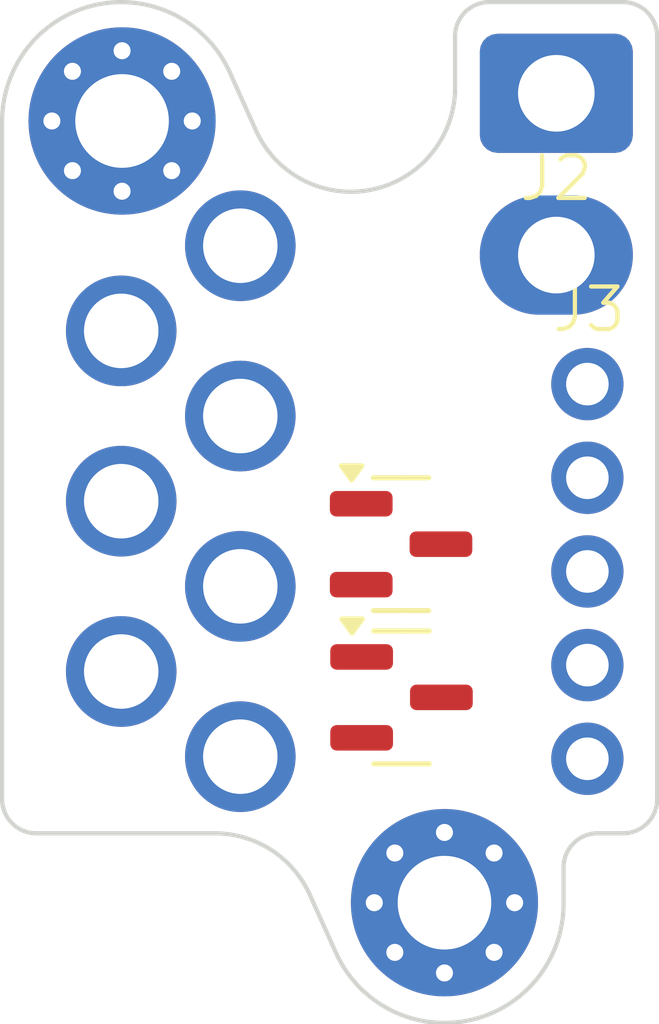
<source format=kicad_pcb>
(kicad_pcb (version 20241229) (generator "pcbnew") (generator_version "9.0")
  (layers (0 "F.Cu" signal) (4 "In1.Cu" signal) (6 "In2.Cu" signal) (2 "B.Cu" signal) (13 "F.Paste" user) (15 "B.Paste" user) (5 "F.SilkS" user "F.Silkscreen") (7 "B.SilkS" user "B.Silkscreen") (1 "F.Mask" user) (3 "B.Mask" user) (25 "Edge.Cuts" user))
  (net 0 "")
  (net 1 "CAN_H")
  (net 2 "VDC")
  (net 3 "GND")
  (net 4 "TOOL_ID")
  (net 5 "USB_90_D+")
  (net 6 "CAN_L")
  (net 7 "USB_90_D-")
  (footprint "Vortac:MountingHole_2.2mm_M2_Pad_Via_NTR" (layer "F.Cu") (at 117.7 88.03)
    (property "Reference" "H2" (hide yes))
    (property "Value" "MountingHole_Pad" (hide yes))
    (pad "1" thru_hole circle (at -1.65 0) (size 0.8 0.8) (drill 0.4) (layers "*.Cu" "*.Mask") (net 3 "GND"))
    (pad "1" thru_hole circle (at -1.166726 -1.166726) (size 0.8 0.8) (drill 0.4) (layers "*.Cu" "*.Mask") (net 3 "GND"))
    (pad "1" thru_hole circle (at -1.166726 1.166726) (size 0.8 0.8) (drill 0.4) (layers "*.Cu" "*.Mask") (net 3 "GND"))
    (pad "1" thru_hole circle (at 0 -1.65) (size 0.8 0.8) (drill 0.4) (layers "*.Cu" "*.Mask") (net 3 "GND"))
    (pad "1" thru_hole circle (at 0 0) (size 4.4 4.4) (drill 2.2) (layers "*.Cu" "*.Mask") (net 3 "GND"))
    (pad "1" thru_hole circle (at 0 1.65) (size 0.8 0.8) (drill 0.4) (layers "*.Cu" "*.Mask") (net 3 "GND"))
    (pad "1" thru_hole circle (at 1.166726 -1.166726) (size 0.8 0.8) (drill 0.4) (layers "*.Cu" "*.Mask") (net 3 "GND"))
    (pad "1" thru_hole circle (at 1.166726 1.166726) (size 0.8 0.8) (drill 0.4) (layers "*.Cu" "*.Mask") (net 3 "GND"))
    (pad "1" thru_hole circle (at 1.65 0) (size 0.8 0.8) (drill 0.4) (layers "*.Cu" "*.Mask") (net 3 "GND"))
  )
  (footprint "Vortac:Toolplate_Solderpoint_01x02_Power" (layer "F.Cu") (at 120.33 69.02)
    (property "Reference" "J2" (hide yes))
    (property "Value" "Conn_01x02" (hide yes))
    (fp_text user "${REFERENCE}" (at 0 2 0) (layer "F.SilkS") (effects (font (thickness 0.1))))
    (pad "1" thru_hole roundrect (at 0 0) (size 3.6 2.8) (drill 1.8) (layers "*.Cu" "*.Mask") (roundrect_rratio 0.15))
    (pad "2" thru_hole oval (at 0 3.8) (size 3.6 2.8) (drill 1.8) (layers "*.Cu" "*.Mask"))
  )
  (footprint "Vortac:MountingHole_2.2mm_M2_Pad_Via_NTR" (layer "F.Cu") (at 110.12 69.67)
    (property "Reference" "H1" (hide yes))
    (property "Value" "MountingHole_Pad" (hide yes))
    (pad "1" thru_hole circle (at -1.65 0) (size 0.8 0.8) (drill 0.4) (layers "*.Cu" "*.Mask") (net 3 "GND"))
    (pad "1" thru_hole circle (at -1.166726 -1.166726) (size 0.8 0.8) (drill 0.4) (layers "*.Cu" "*.Mask") (net 3 "GND"))
    (pad "1" thru_hole circle (at -1.166726 1.166726) (size 0.8 0.8) (drill 0.4) (layers "*.Cu" "*.Mask") (net 3 "GND"))
    (pad "1" thru_hole circle (at 0 -1.65) (size 0.8 0.8) (drill 0.4) (layers "*.Cu" "*.Mask") (net 3 "GND"))
    (pad "1" thru_hole circle (at 0 0) (size 4.4 4.4) (drill 2.2) (layers "*.Cu" "*.Mask") (net 3 "GND"))
    (pad "1" thru_hole circle (at 0 1.65) (size 0.8 0.8) (drill 0.4) (layers "*.Cu" "*.Mask") (net 3 "GND"))
    (pad "1" thru_hole circle (at 1.166726 -1.166726) (size 0.8 0.8) (drill 0.4) (layers "*.Cu" "*.Mask") (net 3 "GND"))
    (pad "1" thru_hole circle (at 1.166726 1.166726) (size 0.8 0.8) (drill 0.4) (layers "*.Cu" "*.Mask") (net 3 "GND"))
    (pad "1" thru_hole circle (at 1.65 0) (size 0.8 0.8) (drill 0.4) (layers "*.Cu" "*.Mask") (net 3 "GND"))
  )
  (footprint "Vortac:Toolplate_Solderpoint_01x05_Data" (layer "F.Cu") (at 121.06 75.85)
    (property "Reference" "J3" (at 0.04 -1.75 0) (layer "F.SilkS") (effects (font (thickness 0.1))))
    (property "Value" "Conn_01x05" (hide yes))
    (pad "1" thru_hole circle (at 0 0) (size 1.7 1.7) (drill 1) (layers "*.Cu" "*.Mask"))
    (pad "2" thru_hole circle (at 0 2.2) (size 1.7 1.7) (drill 1) (layers "*.Cu" "*.Mask"))
    (pad "3" thru_hole circle (at 0 4.4) (size 1.7 1.7) (drill 1) (layers "*.Cu" "*.Mask"))
    (pad "4" thru_hole circle (at 0 6.6) (size 1.7 1.7) (drill 1) (layers "*.Cu" "*.Mask"))
    (pad "5" thru_hole circle (at 0 8.8) (size 1.7 1.7) (drill 1) (layers "*.Cu" "*.Mask"))
  )
  (footprint "Package_TO_SOT_SMD:SOT-23" (layer "F.Cu") (at 116.68 79.61)
    (property "Reference" "D2" (hide yes))
    (property "Value" "SP0502BAHT" (hide yes))
    (fp_line (start 0 -1.56) (end -0.65 -1.56) (stroke (width 0.12)) (layer "F.SilkS"))
    (fp_line (start 0 -1.56) (end 0.65 -1.56) (stroke (width 0.12)) (layer "F.SilkS"))
    (fp_line (start 0 1.56) (end -0.65 1.56) (stroke (width 0.12)) (layer "F.SilkS"))
    (fp_line (start 0 1.56) (end 0.65 1.56) (stroke (width 0.12)) (layer "F.SilkS"))
    (fp_poly (pts (xy -1.1625 -1.51) (xy -1.4025 -1.84) (xy -0.9225 -1.84)) (stroke (width 0.12)) (fill yes) (layer "F.SilkS"))
    (pad "1" smd roundrect (at -0.9375 -0.95) (size 1.475 0.6) (layers "F.Cu" "F.Mask" "F.Paste"))
    (pad "2" smd roundrect (at -0.9375 0.95) (size 1.475 0.6) (layers "F.Cu" "F.Mask" "F.Paste"))
    (pad "3" smd roundrect (at 0.9375 0) (size 1.475 0.6) (layers "F.Cu" "F.Mask" "F.Paste"))
  )
  (footprint "Vortac:mill-max-0881-1-15-20-82-14-11-0_LandingPads_ContactPad_PTH_2x1.5x1" (layer "F.Cu") (at 112.9 72.6)
    (property "Reference" "J1" (hide yes))
    (property "Value" "Conn_01x07" (hide yes))
    (pad "1" thru_hole circle (at 0 0) (size 2.6 2.6) (drill 1.75) (layers "*.Cu" "*.Mask") (net 5 "USB_90_D+"))
    (pad "2" thru_hole circle (at -2.8 2) (size 2.6 2.6) (drill 1.75) (layers "*.Cu" "*.Mask") (net 7 "USB_90_D-"))
    (pad "3" thru_hole circle (at 0 4) (size 2.6 2.6) (drill 1.75) (layers "*.Cu" "*.Mask") (net 3 "GND"))
    (pad "4" thru_hole circle (at -2.8 6) (size 2.6 2.6) (drill 1.75) (layers "*.Cu" "*.Mask") (net 2 "VDC"))
    (pad "5" thru_hole circle (at 0 8) (size 2.6 2.6) (drill 1.75) (layers "*.Cu" "*.Mask") (net 4 "TOOL_ID"))
    (pad "6" thru_hole circle (at -2.8 10) (size 2.6 2.6) (drill 1.75) (layers "*.Cu" "*.Mask") (net 1 "CAN_H"))
    (pad "7" thru_hole circle (at 0 12) (size 2.6 2.6) (drill 1.75) (layers "*.Cu" "*.Mask") (net 6 "CAN_L"))
  )
  (footprint "Package_TO_SOT_SMD:SOT-23" (layer "F.Cu") (at 116.69 83.2075)
    (property "Reference" "D1" (hide yes))
    (property "Value" "SP0502BAHT" (hide yes))
    (fp_line (start 0 -1.56) (end -0.65 -1.56) (stroke (width 0.12)) (layer "F.SilkS"))
    (fp_line (start 0 -1.56) (end 0.65 -1.56) (stroke (width 0.12)) (layer "F.SilkS"))
    (fp_line (start 0 1.56) (end -0.65 1.56) (stroke (width 0.12)) (layer "F.SilkS"))
    (fp_line (start 0 1.56) (end 0.65 1.56) (stroke (width 0.12)) (layer "F.SilkS"))
    (fp_poly (pts (xy -1.1625 -1.51) (xy -1.4025 -1.84) (xy -0.9225 -1.84)) (stroke (width 0.12)) (fill yes) (layer "F.SilkS"))
    (pad "1" smd roundrect (at -0.9375 -0.95) (size 1.475 0.6) (layers "F.Cu" "F.Mask" "F.Paste"))
    (pad "2" smd roundrect (at -0.9375 0.95) (size 1.475 0.6) (layers "F.Cu" "F.Mask" "F.Paste"))
    (pad "3" smd roundrect (at 0.9375 0) (size 1.475 0.6) (layers "F.Cu" "F.Mask" "F.Paste"))
  )
  (gr_arc (start 107.3 69.6785) (mid 109.511155 66.941118) (end 112.648811 68.519378) (stroke (width 0.1)) (layer "Edge.Cuts"))
  (gr_line (start 117.9501 68.8819) (end 117.9501 67.6785) (stroke (width 0.1)) (layer "Edge.Cuts"))
  (gr_arc (start 121.8999 66.878531) (mid 122.465674 67.112847) (end 122.7 67.689107) (stroke (width 0.1)) (layer "Edge.Cuts"))
  (gr_line (start 118.7501 66.878531) (end 121.8999 66.878531) (stroke (width 0.1)) (layer "Edge.Cuts"))
  (gr_line (start 121.3 86.399989) (end 121.903999 86.399989) (stroke (width 0.1)) (layer "Edge.Cuts"))
  (gr_line (start 113.266811 69.889331) (end 113.266796 69.889338) (stroke (width 0.1)) (layer "Edge.Cuts"))
  (gr_line (start 107.3 69.6785) (end 107.3 85.599989) (stroke (width 0.1)) (layer "Edge.Cuts"))
  (gr_line (start 113.266796 69.889338) (end 112.648811 68.519378) (stroke (width 0.1)) (layer "Edge.Cuts"))
  (gr_arc (start 117.9501 67.6785) (mid 118.184404 67.112826) (end 118.7501 66.878531) (stroke (width 0.1)) (layer "Edge.Cuts"))
  (gr_line (start 120.5 88.0534) (end 120.5 87.2) (stroke (width 0.1)) (layer "Edge.Cuts"))
  (gr_arc (start 122.7 85.6) (mid 122.465689 86.165682) (end 121.903999 86.399989) (stroke (width 0.1)) (layer "Edge.Cuts"))
  (gr_line (start 121.3 86.4) (end 121.3 86.399989) (stroke (width 0.1)) (layer "Edge.Cuts"))
  (gr_arc (start 108.1 86.399989) (mid 107.534318 86.165674) (end 107.3 85.599989) (stroke (width 0.1)) (layer "Edge.Cuts"))
  (gr_arc (start 120.5 87.2) (mid 120.734318 86.634311) (end 121.3 86.4) (stroke (width 0.1)) (layer "Edge.Cuts"))
  (gr_arc (start 120.5 88.0534) (mid 118.288843 90.790783) (end 115.147671 89.204751) (stroke (width 0.1)) (layer "Edge.Cuts"))
  (gr_arc (start 117.9501 68.8819) (mid 116.015336 71.27711) (end 113.266811 69.889331) (stroke (width 0.1)) (layer "Edge.Cuts"))
  (gr_line (start 112.2999 86.399989) (end 108.1 86.399989) (stroke (width 0.1)) (layer "Edge.Cuts"))
  (gr_arc (start 112.2999 86.399989) (mid 113.629242 86.791991) (end 114.530618 87.83686) (stroke (width 0.1)) (layer "Edge.Cuts"))
  (gr_line (start 115.147671 89.204751) (end 114.530618 87.83686) (stroke (width 0.1)) (layer "Edge.Cuts"))
  (gr_line (start 122.7 67.689107) (end 122.7 85.6) (stroke (width 0.1)) (layer "Edge.Cuts"))
)
</source>
